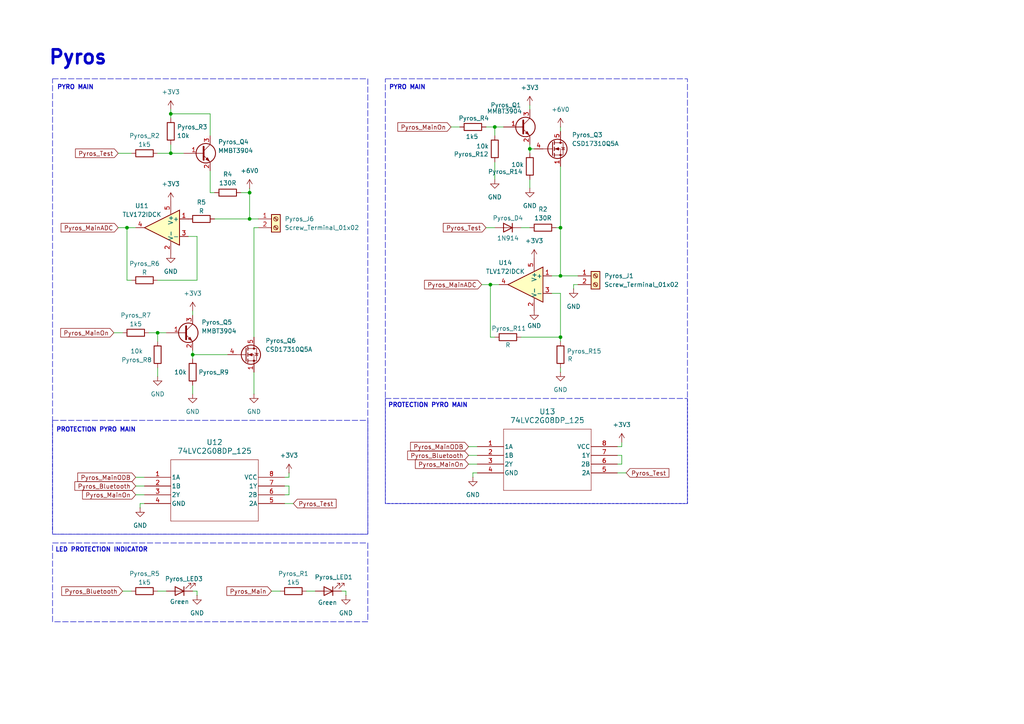
<source format=kicad_sch>
(kicad_sch (version 20231120) (generator "eeschema") (generator_version "8.0")
  (paper "A4")
  (title_block (title "Pyros") (date "2024-11-09") (company "GAUL"))
  (lib_symbols
    (symbol "Amplifier_Operational:TLV172IDCK" (pin_names (offset 0.127))
      (property "Reference" "U" (at 7.62 2.54 0))
      (property "Value" "TLV172IDCK" (at 11.43 -2.54 0))
      (symbol "TLV172IDCK_0_1"
        (polyline (pts (xy -2.54 5.08) (xy -2.54 -5.08) (xy 7.62 0) (xy -2.54 5.08)) (stroke (width 0.254)) (fill (type background)))
      )
      (symbol "TLV172IDCK_1_1"
        (pin input line (at -5.08 2.54 0) (length 2.54) (name "+") (number "1"))
        (pin power_in line (at 0 -7.62 90) (length 3.81) (name "V-") (number "2"))
        (pin input line (at -5.08 -2.54 0) (length 2.54) (name "-") (number "3"))
        (pin output line (at 10.16 0 180) (length 2.54) (name "~") (number "4"))
        (pin power_in line (at 0 7.62 270) (length 3.81) (name "V+") (number "5"))
      )
    )
    (symbol "Connector:Screw_Terminal_01x02" (pin_names (offset 1.016) hide)
      (property "Reference" "J" (at 0 2.54 0))
      (property "Value" "Screw_Terminal_01x02" (at 0 -5.08 0))
      (symbol "Screw_Terminal_01x02_1_1"
        (rectangle (start -1.27 1.27) (end 1.27 -3.81) (stroke (width 0.254)) (fill (type background)))
        (circle (center 0 -2.54) (radius 0.635) (stroke (width 0.1524)))
        (polyline (pts (xy -0.5334 -2.2098) (xy 0.3302 -3.048)) (stroke (width 0.1524)))
        (polyline (pts (xy -0.5334 0.3302) (xy 0.3302 -0.508)) (stroke (width 0.1524)))
        (polyline (pts (xy -0.3556 -2.032) (xy 0.508 -2.8702)) (stroke (width 0.1524)))
        (polyline (pts (xy -0.3556 0.508) (xy 0.508 -0.3302)) (stroke (width 0.1524)))
        (circle (center 0 0) (radius 0.635) (stroke (width 0.1524)))
        (pin passive line (at -5.08 0 0) (length 3.81) (name "Pin_1") (number "1"))
        (pin passive line (at -5.08 -2.54 0) (length 3.81) (name "Pin_2") (number "2"))
      )
    )
    (symbol "Device:LED" (pin_numbers hide) (pin_names (offset 1.016) hide)
      (property "Reference" "D" (at 0 2.54 0))
      (property "Value" "LED" (at 0 -2.54 0))
      (symbol "LED_0_1"
        (polyline (pts (xy -1.27 -1.27) (xy -1.27 1.27)) (stroke (width 0.254)))
        (polyline (pts (xy -1.27 0) (xy 1.27 0)))
        (polyline (pts (xy 1.27 -1.27) (xy 1.27 1.27) (xy -1.27 0) (xy 1.27 -1.27)) (stroke (width 0.254)))
        (polyline (pts (xy -3.048 -0.762) (xy -4.572 -2.286) (xy -3.81 -2.286) (xy -4.572 -2.286) (xy -4.572 -1.524)))
        (polyline (pts (xy -1.778 -0.762) (xy -3.302 -2.286) (xy -2.54 -2.286) (xy -3.302 -2.286) (xy -3.302 -1.524)))
      )
      (symbol "LED_1_1"
        (pin passive line (at -3.81 0 0) (length 2.54) (name "K") (number "1"))
        (pin passive line (at 3.81 0 180) (length 2.54) (name "A") (number "2"))
      )
    )
    (symbol "Device:R" (pin_numbers hide) (pin_names (offset 0))
      (property "Reference" "R" (at 2.032 0 90))
      (property "Value" "R" (at 0 0 90))
      (symbol "R_0_1"
        (rectangle (start -1.016 -2.54) (end 1.016 2.54) (stroke (width 0.254)))
      )
      (symbol "R_1_1"
        (pin passive line (at 0 3.81 270) (length 1.27) (name "~") (number "1"))
        (pin passive line (at 0 -3.81 90) (length 1.27) (name "~") (number "2"))
      )
    )
    (symbol "Diode:1N914" (pin_numbers hide) (pin_names hide)
      (property "Reference" "D" (at 0 2.54 0))
      (property "Value" "1N914" (at 0 -2.54 0))
      (symbol "1N914_0_1"
        (polyline (pts (xy -1.27 1.27) (xy -1.27 -1.27)) (stroke (width 0.254)))
        (polyline (pts (xy 1.27 0) (xy -1.27 0)))
        (polyline (pts (xy 1.27 1.27) (xy 1.27 -1.27) (xy -1.27 0) (xy 1.27 1.27)) (stroke (width 0.254)))
      )
      (symbol "1N914_1_1"
        (pin passive line (at -3.81 0 0) (length 2.54) (name "K") (number "1"))
        (pin passive line (at 3.81 0 180) (length 2.54) (name "A") (number "2"))
      )
    )
    (symbol "ODB_Lib:74LVC2G08DP_125" (pin_names (offset 0.254))
      (property "Reference" "U" (at 20.32 10.16 0))
      (property "Value" "74LVC2G08DP_125" (at 20.32 7.62 0))
      (symbol "74LVC2G08DP_125_0_1"
        (polyline (pts (xy 7.62 -12.7) (xy 33.02 -12.7)) (stroke (width 0.127)))
        (polyline (pts (xy 7.62 5.08) (xy 7.62 -12.7)) (stroke (width 0.127)))
        (polyline (pts (xy 33.02 -12.7) (xy 33.02 5.08)) (stroke (width 0.127)))
        (polyline (pts (xy 33.02 5.08) (xy 7.62 5.08)) (stroke (width 0.127)))
        (pin input line (at 0 0 0) (length 7.62) (name "1A") (number "1"))
        (pin input line (at 0 -2.54 0) (length 7.62) (name "1B") (number "2"))
        (pin output line (at 0 -5.08 0) (length 7.62) (name "2Y") (number "3"))
        (pin power_out line (at 0 -7.62 0) (length 7.62) (name "GND") (number "4"))
        (pin input line (at 40.64 -7.62 180) (length 7.62) (name "2A") (number "5"))
        (pin input line (at 40.64 -5.08 180) (length 7.62) (name "2B") (number "6"))
        (pin output line (at 40.64 -2.54 180) (length 7.62) (name "1Y") (number "7"))
        (pin power_in line (at 40.64 0 180) (length 7.62) (name "VCC") (number "8"))
      )
    )
    (symbol "Transistor_BJT:MMBT3904" (pin_names (offset 0) hide)
      (property "Reference" "Q" (at 5.08 1.905 0))
      (property "Value" "MMBT3904" (at 5.08 0 0))
      (symbol "MMBT3904_0_1"
        (polyline (pts (xy 0.635 0.635) (xy 2.54 2.54)))
        (polyline (pts (xy 0.635 -0.635) (xy 2.54 -2.54) (xy 2.54 -2.54)))
        (polyline (pts (xy 0.635 1.905) (xy 0.635 -1.905) (xy 0.635 -1.905)) (stroke (width 0.508)))
        (polyline (pts (xy 1.27 -1.778) (xy 1.778 -1.27) (xy 2.286 -2.286) (xy 1.27 -1.778) (xy 1.27 -1.778)) (fill (type outline)))
        (circle (center 1.27 0) (radius 2.8194) (stroke (width 0.254)))
      )
      (symbol "MMBT3904_1_1"
        (pin input line (at -5.08 0 0) (length 5.715) (name "B") (number "1"))
        (pin passive line (at 2.54 -5.08 90) (length 2.54) (name "E") (number "2"))
        (pin passive line (at 2.54 5.08 270) (length 2.54) (name "C") (number "3"))
      )
    )
    (symbol "Transistor_FET:CSD17310Q5A" (pin_names hide)
      (property "Reference" "Q" (at 5.08 1.905 0))
      (property "Value" "CSD17310Q5A" (at 5.08 0 0))
      (symbol "CSD17310Q5A_0_1"
        (polyline (pts (xy 0.254 0) (xy -2.54 0)))
        (polyline (pts (xy 0.254 1.905) (xy 0.254 -1.905)) (stroke (width 0.254)))
        (polyline (pts (xy 0.762 -1.27) (xy 0.762 -2.286)) (stroke (width 0.254)))
        (polyline (pts (xy 0.762 0.508) (xy 0.762 -0.508)) (stroke (width 0.254)))
        (polyline (pts (xy 0.762 2.286) (xy 0.762 1.27)) (stroke (width 0.254)))
        (polyline (pts (xy 2.54 2.54) (xy 2.54 1.778)))
        (polyline (pts (xy 2.54 -2.54) (xy 2.54 0) (xy 0.762 0)))
        (polyline (pts (xy 0.762 -1.778) (xy 3.302 -1.778) (xy 3.302 1.778) (xy 0.762 1.778)))
        (polyline (pts (xy 1.016 0) (xy 2.032 0.381) (xy 2.032 -0.381) (xy 1.016 0)) (fill (type outline)))
        (polyline (pts (xy 2.794 0.508) (xy 2.921 0.381) (xy 3.683 0.381) (xy 3.81 0.254)))
        (polyline (pts (xy 3.302 0.381) (xy 2.921 -0.254) (xy 3.683 -0.254) (xy 3.302 0.381)))
        (circle (center 1.651 0) (radius 2.794) (stroke (width 0.254)))
        (circle (center 2.54 -1.778) (radius 0.254) (fill (type outline)))
        (circle (center 2.54 1.778) (radius 0.254) (fill (type outline)))
      )
      (symbol "CSD17310Q5A_1_1"
        (pin passive line (at 2.54 -5.08 90) (length 2.54) (name "S") (number "1"))
        (pin passive line (at 2.54 -5.08 90) (length 2.54) hide (name "S") (number "2"))
        (pin passive line (at 2.54 -5.08 90) (length 2.54) hide (name "S") (number "3"))
        (pin passive line (at -5.08 0 0) (length 2.54) (name "G") (number "4"))
        (pin passive line (at 2.54 5.08 270) (length 2.54) (name "D") (number "5"))
      )
    )
    (symbol "power:+3V3" (power) (pin_numbers hide) (pin_names (offset 0) hide)
      (property "Value" "+3V3" (at 0 3.556 0))
      (symbol "+3V3_0_1"
        (polyline (pts (xy -0.762 1.27) (xy 0 2.54)))
        (polyline (pts (xy 0 0) (xy 0 2.54)))
        (polyline (pts (xy 0 2.54) (xy 0.762 1.27)))
      )
      (symbol "+3V3_1_1"
        (pin power_in line (at 0 0 90) (length 0) (name "~") (number "1"))
      )
    )
    (symbol "power:GND" (power) (pin_numbers hide) (pin_names (offset 0) hide)
      (property "Value" "GND" (at 0 -3.81 0))
      (symbol "GND_0_1"
        (polyline (pts (xy 0 0) (xy 0 -1.27) (xy 1.27 -1.27) (xy 0 -2.54) (xy -1.27 -1.27) (xy 0 -1.27)))
      )
      (symbol "GND_1_1"
        (pin power_in line (at 0 0 270) (length 0) (name "~") (number "1"))
      )
    )
  )
  (junction (at 72.39 55.88))
  (junction (at 153.67 43.18))
  (junction (at 49.53 33.02))
  (junction (at 72.39 63.5))
  (junction (at 162.56 97.79))
  (junction (at 162.56 80.01))
  (junction (at 55.88 102.87))
  (junction (at 162.56 66.04))
  (junction (at 36.83 66.04))
  (junction (at 143.51 36.83))
  (junction (at 142.24 82.55))
  (junction (at 45.72 96.52))
  (junction (at 49.53 44.45))
  (wire (pts (xy 57.15 171.45) (xy 57.15 172.72)))
  (wire (pts (xy 139.7 82.55) (xy 142.24 82.55)))
  (wire (pts (xy 36.83 66.04) (xy 36.83 81.28)))
  (wire (pts (xy 55.88 102.87) (xy 66.04 102.87)))
  (wire (pts (xy 49.53 44.45) (xy 53.34 44.45)))
  (wire (pts (xy 49.53 41.91) (xy 49.53 44.45)))
  (wire (pts (xy 49.53 31.75) (xy 49.53 33.02)))
  (wire (pts (xy 143.51 36.83) (xy 143.51 39.37)))
  (wire (pts (xy 35.56 171.45) (xy 38.1 171.45)))
  (wire (pts (xy 142.24 97.79) (xy 143.51 97.79)))
  (wire (pts (xy 140.97 66.04) (xy 143.51 66.04)))
  (wire (pts (xy 82.55 146.05) (xy 85.09 146.05)))
  (wire (pts (xy 179.07 137.16) (xy 181.61 137.16)))
  (wire (pts (xy 55.88 171.45) (xy 57.15 171.45)))
  (wire (pts (xy 43.18 96.52) (xy 45.72 96.52)))
  (wire (pts (xy 55.88 102.87) (xy 55.88 101.6)))
  (wire (pts (xy 100.33 171.45) (xy 100.33 172.72)))
  (wire (pts (xy 78.74 171.45) (xy 81.28 171.45)))
  (wire (pts (xy 143.51 36.83) (xy 146.05 36.83)))
  (wire (pts (xy 180.34 132.08) (xy 180.34 134.62)))
  (wire (pts (xy 99.06 171.45) (xy 100.33 171.45)))
  (wire (pts (xy 55.88 111.76) (xy 55.88 114.3)))
  (wire (pts (xy 73.66 107.95) (xy 73.66 114.3)))
  (wire (pts (xy 60.96 49.53) (xy 60.96 55.88)))
  (wire (pts (xy 162.56 97.79) (xy 162.56 85.09)))
  (wire (pts (xy 60.96 55.88) (xy 62.23 55.88)))
  (wire (pts (xy 72.39 63.5) (xy 74.93 63.5)))
  (wire (pts (xy 82.55 138.43) (xy 83.82 138.43)))
  (wire (pts (xy 83.82 143.51) (xy 82.55 143.51)))
  (wire (pts (xy 72.39 54.61) (xy 72.39 55.88)))
  (wire (pts (xy 45.72 44.45) (xy 49.53 44.45)))
  (wire (pts (xy 72.39 55.88) (xy 72.39 63.5)))
  (wire (pts (xy 162.56 36.83) (xy 162.56 38.1)))
  (wire (pts (xy 162.56 48.26) (xy 162.56 66.04)))
  (wire (pts (xy 60.96 33.02) (xy 49.53 33.02)))
  (wire (pts (xy 153.67 43.18) (xy 153.67 44.45)))
  (wire (pts (xy 73.66 97.79) (xy 73.66 66.04)))
  (wire (pts (xy 138.43 137.16) (xy 137.16 137.16)))
  (wire (pts (xy 57.15 81.28) (xy 57.15 68.58)))
  (wire (pts (xy 162.56 80.01) (xy 167.64 80.01)))
  (wire (pts (xy 83.82 138.43) (xy 83.82 137.16)))
  (wire (pts (xy 162.56 66.04) (xy 162.56 80.01)))
  (wire (pts (xy 143.51 46.99) (xy 143.51 52.07)))
  (wire (pts (xy 60.96 39.37) (xy 60.96 33.02)))
  (wire (pts (xy 142.24 82.55) (xy 142.24 97.79)))
  (wire (pts (xy 162.56 107.95) (xy 162.56 106.68)))
  (wire (pts (xy 151.13 97.79) (xy 162.56 97.79)))
  (wire (pts (xy 36.83 81.28) (xy 38.1 81.28)))
  (wire (pts (xy 55.88 102.87) (xy 55.88 104.14)))
  (wire (pts (xy 180.34 134.62) (xy 179.07 134.62)))
  (wire (pts (xy 135.89 132.08) (xy 138.43 132.08)))
  (wire (pts (xy 39.37 138.43) (xy 41.91 138.43)))
  (wire (pts (xy 39.37 143.51) (xy 41.91 143.51)))
  (wire (pts (xy 153.67 30.48) (xy 153.67 31.75)))
  (wire (pts (xy 151.13 66.04) (xy 153.67 66.04)))
  (wire (pts (xy 179.07 132.08) (xy 180.34 132.08)))
  (wire (pts (xy 160.02 80.01) (xy 162.56 80.01)))
  (wire (pts (xy 45.72 96.52) (xy 48.26 96.52)))
  (wire (pts (xy 34.29 44.45) (xy 38.1 44.45)))
  (wire (pts (xy 162.56 99.06) (xy 162.56 97.79)))
  (wire (pts (xy 41.91 146.05) (xy 40.64 146.05)))
  (wire (pts (xy 39.37 140.97) (xy 41.91 140.97)))
  (wire (pts (xy 55.88 90.17) (xy 55.88 91.44)))
  (wire (pts (xy 179.07 129.54) (xy 180.34 129.54)))
  (wire (pts (xy 180.34 129.54) (xy 180.34 128.27)))
  (wire (pts (xy 140.97 36.83) (xy 143.51 36.83)))
  (wire (pts (xy 137.16 137.16) (xy 137.16 138.43)))
  (wire (pts (xy 69.85 55.88) (xy 72.39 55.88)))
  (wire (pts (xy 62.23 63.5) (xy 72.39 63.5)))
  (wire (pts (xy 45.72 171.45) (xy 48.26 171.45)))
  (wire (pts (xy 45.72 106.68) (xy 45.72 109.22)))
  (wire (pts (xy 144.78 82.55) (xy 142.24 82.55)))
  (wire (pts (xy 45.72 96.52) (xy 45.72 99.06)))
  (wire (pts (xy 49.53 33.02) (xy 49.53 34.29)))
  (wire (pts (xy 34.29 66.04) (xy 36.83 66.04)))
  (wire (pts (xy 135.89 129.54) (xy 138.43 129.54)))
  (wire (pts (xy 166.37 83.82) (xy 166.37 82.55)))
  (wire (pts (xy 153.67 43.18) (xy 154.94 43.18)))
  (wire (pts (xy 88.9 171.45) (xy 91.44 171.45)))
  (wire (pts (xy 153.67 43.18) (xy 153.67 41.91)))
  (wire (pts (xy 33.02 96.52) (xy 35.56 96.52)))
  (wire (pts (xy 57.15 68.58) (xy 54.61 68.58)))
  (wire (pts (xy 161.29 66.04) (xy 162.56 66.04)))
  (wire (pts (xy 82.55 140.97) (xy 83.82 140.97)))
  (wire (pts (xy 39.37 66.04) (xy 36.83 66.04)))
  (wire (pts (xy 130.81 36.83) (xy 133.35 36.83)))
  (wire (pts (xy 135.89 134.62) (xy 138.43 134.62)))
  (wire (pts (xy 83.82 140.97) (xy 83.82 143.51)))
  (wire (pts (xy 73.66 66.04) (xy 74.93 66.04)))
  (wire (pts (xy 40.64 146.05) (xy 40.64 147.32)))
  (wire (pts (xy 153.67 52.07) (xy 153.67 54.61)))
  (wire (pts (xy 45.72 81.28) (xy 57.15 81.28)))
  (wire (pts (xy 166.37 82.55) (xy 167.64 82.55)))
  (wire (pts (xy 162.56 85.09) (xy 160.02 85.09)))
  (rectangle (start 111.76 115.57) (end 199.39 146.05) (stroke (width 0) (type dash)))
  (rectangle (start 15.24 22.86) (end 106.68 154.94) (stroke (width 0) (type dash)))
  (rectangle (start 111.76 22.86) (end 199.39 146.05) (stroke (width 0) (type dash)))
  (rectangle (start 15.24 121.92) (end 106.68 154.94) (stroke (width 0) (type dash)))
  (rectangle (start 15.24 157.48) (end 106.68 180.34) (stroke (width 0) (type dash)))
  (text "Pyros" (at 22.606 16.764 0) (effects (font (size 4 4) (thickness 0.8) (bold yes))))
  (text "PYRO MAIN" (at 112.776 26.162 0) (effects (font (size 1.27 1.27) (thickness 0.254) (bold yes)) (justify left bottom)))
  (text "LED PROTECTION INDICATOR" (at 16.002 160.274 0) (effects (font (size 1.27 1.27) (thickness 0.254) (bold yes)) (justify left bottom)))
  (text "PROTECTION PYRO MAIN" (at 112.522 118.364 0) (effects (font (size 1.27 1.27) (thickness 0.254) (bold yes)) (justify left bottom)))
  (text "PROTECTION PYRO MAIN" (at 16.256 125.476 0) (effects (font (size 1.27 1.27) (thickness 0.254) (bold yes)) (justify left bottom)))
  (text "PYRO MAIN" (at 16.51 26.162 0) (effects (font (size 1.27 1.27) (thickness 0.254) (bold yes)) (justify left bottom)))
  (global_label "Pyros_MainOn" (shape input) (at 39.37 143.51 180) (property "Intersheetrefs" "${INTERSHEET_REFS}" (effects (hide yes))))
  (global_label "Pyros_Test" (shape input) (at 140.97 66.04 180) (property "Intersheetrefs" "${INTERSHEET_REFS}" (effects (hide yes))))
  (global_label "Pyros_Test" (shape input) (at 34.29 44.45 180) (property "Intersheetrefs" "${INTERSHEET_REFS}" (effects (hide yes))))
  (global_label "Pyros_Test" (shape input) (at 85.09 146.05 0) (property "Intersheetrefs" "${INTERSHEET_REFS}" (effects (hide yes))))
  (global_label "Pyros_MainADC" (shape input) (at 139.7 82.55 180) (property "Intersheetrefs" "${INTERSHEET_REFS}" (effects (hide yes))))
  (global_label "Pyros_MainODB" (shape input) (at 39.37 138.43 180) (property "Intersheetrefs" "${INTERSHEET_REFS}" (effects (hide yes))))
  (global_label "Pyros_MainADC" (shape input) (at 34.29 66.04 180) (property "Intersheetrefs" "${INTERSHEET_REFS}" (effects (hide yes))))
  (global_label "Pyros_Test" (shape input) (at 181.61 137.16 0) (property "Intersheetrefs" "${INTERSHEET_REFS}" (effects (hide yes))))
  (global_label "Pyros_MainOn" (shape input) (at 130.81 36.83 180) (property "Intersheetrefs" "${INTERSHEET_REFS}" (effects (hide yes))))
  (global_label "Pyros_MainOn" (shape input) (at 33.02 96.52 180) (property "Intersheetrefs" "${INTERSHEET_REFS}" (effects (hide yes))))
  (global_label "Pyros_Main" (shape input) (at 78.74 171.45 180) (property "Intersheetrefs" "${INTERSHEET_REFS}" (effects (hide yes))))
  (global_label "Pyros_MainODB" (shape input) (at 135.89 129.54 180) (property "Intersheetrefs" "${INTERSHEET_REFS}" (effects (hide yes))))
  (global_label "Pyros_Bluetooth" (shape input) (at 39.37 140.97 180) (property "Intersheetrefs" "${INTERSHEET_REFS}" (effects (hide yes))))
  (global_label "Pyros_Bluetooth" (shape input) (at 135.89 132.08 180) (property "Intersheetrefs" "${INTERSHEET_REFS}" (effects (hide yes))))
  (global_label "Pyros_MainOn" (shape input) (at 135.89 134.62 180) (property "Intersheetrefs" "${INTERSHEET_REFS}" (effects (hide yes))))
  (global_label "Pyros_Bluetooth" (shape input) (at 35.56 171.45 180) (property "Intersheetrefs" "${INTERSHEET_REFS}" (effects (hide yes))))
  (symbol (lib_id "Device:R") (at 137.16 36.83 270) (unit 1)
    (property "Reference" "Pyros_R4" (at 137.414 34.29 90))
    (property "Value" "1k5" (at 136.906 39.624 90))
    (property "Description" "Resistor" (effects (hide yes)))
  )
  (symbol (lib_id "ODB_Lib:74LVC2G08DP_125") (at 138.43 129.54 0) (unit 1)
    (property "Reference" "U13" (at 158.75 119.38 0) (effects (font (size 1.524 1.524))))
    (property "Value" "74LVC2G08DP_125" (at 158.75 121.92 0) (effects (font (size 1.524 1.524))))
    (property "Footprint" "TSSOP8_SOT505-2_NEX" (effects (hide yes)))
    (property "Datasheet" "74LVC2G08DP_125" (effects (hide yes)))
  )
  (symbol (lib_id "power:GND") (at 143.51 52.07 0) (unit 1)
    (property "Reference" "#PWR090" (effects (hide yes)))
    (property "Value" "GND" (at 143.51 57.15 0))
    (property "Description" "Power symbol creates a global label with name \"GND\" , ground" (effects (hide yes)))
  )
  (symbol (lib_id "power:GND") (at 162.56 107.95 0) (unit 1)
    (property "Reference" "#PWR099" (effects (hide yes)))
    (property "Value" "GND" (at 162.56 113.03 0))
    (property "Description" "Power symbol creates a global label with name \"GND\" , ground" (effects (hide yes)))
  )
  (symbol (lib_id "Device:LED") (at 95.25 171.45 180) (unit 1)
    (property "Reference" "Pyros_LED1" (at 96.774 167.386 0))
    (property "Value" "Green" (at 94.996 174.752 0))
    (property "Description" "Light emitting diode" (effects (hide yes)))
  )
  (symbol (lib_id "Device:R") (at 58.42 63.5 90) (unit 1)
    (property "Reference" "R5" (at 58.42 58.674 90))
    (property "Value" "R" (at 58.42 61.214 90))
    (property "Description" "Resistor" (effects (hide yes)))
  )
  (symbol (lib_id "power:+3V3") (at 154.94 74.93 0) (unit 1)
    (property "Reference" "#PWR092" (effects (hide yes)))
    (property "Value" "+3V3" (at 154.94 69.85 0))
    (property "Description" "Power symbol creates a global label with name \"+3V3\"" (effects (hide yes)))
  )
  (symbol (lib_id "power:+3V3") (at 162.56 36.83 0) (mirror y) (unit 1)
    (property "Reference" "#PWR096" (effects (hide yes)))
    (property "Value" "+6V0" (at 162.56 31.75 0))
    (property "Description" "Power symbol creates a global label with name \"+3V3\"" (effects (hide yes)))
  )
  (symbol (lib_id "Device:R") (at 39.37 96.52 270) (unit 1)
    (property "Reference" "Pyros_R7" (at 39.37 91.44 90))
    (property "Value" "1k5" (at 39.37 93.98 90))
    (property "Description" "Resistor" (effects (hide yes)))
  )
  (symbol (lib_id "power:GND") (at 57.15 172.72 0) (unit 1)
    (property "Reference" "#PWR077" (effects (hide yes)))
    (property "Value" "GND" (at 57.15 177.8 0))
    (property "Description" "Power symbol creates a global label with name \"GND\" , ground" (effects (hide yes)))
  )
  (symbol (lib_id "Transistor_FET:CSD17310Q5A") (at 71.12 102.87 0) (unit 1)
    (property "Reference" "Pyros_Q6" (at 76.962 98.806 0) (effects (justify left)))
    (property "Value" "CSD17310Q5A" (at 76.962 101.346 0) (effects (justify left)))
    (property "Footprint" "Package_TO_SOT_SMD:TDSON-8-1" (effects (hide yes)))
    (property "Datasheet" "http://www.ti.com/lit/gpn/csd17310q5a" (effects (hide yes)))
    (property "Description" "100A Id, 30V Vds, NexFET N-Channel Power MOSFET, 5.9mOhm Ron, Qg (typ) 8.9nC, SON8 5x6mm" (effects (hide yes)))
  )
  (symbol (lib_id "power:GND") (at 49.53 73.66 0) (unit 1)
    (property "Reference" "#PWR081" (effects (hide yes)))
    (property "Value" "GND" (at 49.53 78.74 0))
    (property "Description" "Power symbol creates a global label with name \"GND\" , ground" (effects (hide yes)))
  )
  (symbol (lib_id "power:GND") (at 40.64 147.32 0) (unit 1)
    (property "Reference" "#PWR084" (effects (hide yes)))
    (property "Value" "GND" (at 40.64 152.4 0))
    (property "Description" "Power symbol creates a global label with name \"GND\" , ground" (effects (hide yes)))
  )
  (symbol (lib_id "power:+3V3") (at 180.34 128.27 0) (unit 1)
    (property "Reference" "#PWR098" (effects (hide yes)))
    (property "Value" "+3V3" (at 180.34 123.19 0))
    (property "Description" "Power symbol creates a global label with name \"+3V3\"" (effects (hide yes)))
  )
  (symbol (lib_id "Amplifier_Operational:TLV172IDCK") (at 49.53 66.04 0) (mirror y) (unit 1)
    (property "Reference" "U11" (at 41.148 59.69 0))
    (property "Value" "TLV172IDCK" (at 41.148 62.23 0))
    (property "Footprint" "Package_TO_SOT_SMD:SOT-353_SC-70-5" (effects (hide yes)))
    (property "Datasheet" "http://www.ti.com/lit/ds/symlink/tlv172.pdf" (effects (hide yes)))
    (property "Description" "Low-power Operational Amplifier, SOT-353" (effects (hide yes)))
  )
  (symbol (lib_id "power:GND") (at 45.72 109.22 0) (unit 1)
    (property "Reference" "#PWR085" (effects (hide yes)))
    (property "Value" "GND" (at 45.72 114.3 0))
    (property "Description" "Power symbol creates a global label with name \"GND\" , ground" (effects (hide yes)))
  )
  (symbol (lib_id "Transistor_BJT:MMBT3904") (at 151.13 36.83 0) (unit 1)
    (property "Reference" "Pyros_Q1" (at 142.24 30.48 0) (effects (justify left)))
    (property "Value" "MMBT3904" (at 141.224 32.258 0) (effects (justify left)))
    (property "Footprint" "Package_TO_SOT_SMD:SOT-23" (effects (hide yes)))
    (property "Datasheet" "https://www.onsemi.com/pdf/datasheet/pzt3904-d.pdf" (effects (hide yes)))
    (property "Description" "0.2A Ic, 40V Vce, Small Signal NPN Transistor, SOT-23" (effects (hide yes)))
  )
  (symbol (lib_id "Device:R") (at 49.53 38.1 0) (unit 1)
    (property "Reference" "Pyros_R3" (at 51.308 36.83 0) (effects (justify left)))
    (property "Value" "10k" (at 51.308 39.37 0) (effects (justify left)))
    (property "Description" "Resistor" (effects (hide yes)))
  )
  (symbol (lib_id "Device:R") (at 45.72 102.87 180) (unit 1)
    (property "Reference" "Pyros_R8" (at 39.624 104.394 0))
    (property "Value" "10k" (at 39.624 101.854 0))
    (property "Description" "Resistor" (effects (hide yes)))
  )
  (symbol (lib_id "power:GND") (at 55.88 114.3 0) (unit 1)
    (property "Reference" "#PWR087" (effects (hide yes)))
    (property "Value" "GND" (at 55.88 119.38 0))
    (property "Description" "Power symbol creates a global label with name \"GND\" , ground" (effects (hide yes)))
  )
  (symbol (lib_id "Device:R") (at 147.32 97.79 270) (unit 1)
    (property "Reference" "Pyros_R11" (at 147.574 95.25 90))
    (property "Value" "R" (at 147.32 100.076 90))
    (property "Description" "Resistor" (effects (hide yes)))
  )
  (symbol (lib_id "power:GND") (at 154.94 90.17 0) (unit 1)
    (property "Reference" "#PWR093" (effects (hide yes)))
    (property "Value" "GND" (at 154.94 94.488 0))
    (property "Description" "Power symbol creates a global label with name \"GND\" , ground" (effects (hide yes)))
  )
  (symbol (lib_id "Device:R") (at 157.48 66.04 90) (unit 1)
    (property "Reference" "R2" (at 157.48 60.706 90))
    (property "Value" "130R" (at 157.48 63.246 90))
    (property "Description" "Resistor" (effects (hide yes)))
  )
  (symbol (lib_id "power:+3V3") (at 83.82 137.16 0) (unit 1)
    (property "Reference" "#PWR083" (effects (hide yes)))
    (property "Value" "+3V3" (at 83.82 132.08 0))
    (property "Description" "Power symbol creates a global label with name \"+3V3\"" (effects (hide yes)))
  )
  (symbol (lib_id "Device:R") (at 153.67 48.26 180) (unit 1)
    (property "Reference" "Pyros_R14" (at 146.558 49.784 0))
    (property "Value" "10k" (at 150.114 47.752 0))
    (property "Description" "Resistor" (effects (hide yes)))
  )
  (symbol (lib_id "Device:R") (at 55.88 107.95 180) (unit 1)
    (property "Reference" "Pyros_R9" (at 61.976 107.95 0))
    (property "Value" "10k" (at 52.324 107.95 0))
    (property "Description" "Resistor" (effects (hide yes)))
  )
  (symbol (lib_id "Amplifier_Operational:TLV172IDCK") (at 154.94 82.55 0) (mirror y) (unit 1)
    (property "Reference" "U14" (at 146.558 76.2 0))
    (property "Value" "TLV172IDCK" (at 146.558 78.74 0))
    (property "Footprint" "Package_TO_SOT_SMD:SOT-353_SC-70-5" (effects (hide yes)))
    (property "Datasheet" "http://www.ti.com/lit/ds/symlink/tlv172.pdf" (effects (hide yes)))
    (property "Description" "Low-power Operational Amplifier, SOT-353" (effects (hide yes)))
  )
  (symbol (lib_id "power:GND") (at 153.67 54.61 0) (unit 1)
    (property "Reference" "#PWR095" (effects (hide yes)))
    (property "Value" "GND" (at 153.67 59.69 0))
    (property "Description" "Power symbol creates a global label with name \"GND\" , ground" (effects (hide yes)))
  )
  (symbol (lib_id "Device:R") (at 162.56 102.87 0) (unit 1)
    (property "Reference" "Pyros_R15" (at 169.418 101.854 0))
    (property "Value" "R" (at 165.354 104.14 0))
    (property "Description" "Resistor" (effects (hide yes)))
  )
  (symbol (lib_id "Transistor_FET:CSD17310Q5A") (at 160.02 43.18 0) (unit 1)
    (property "Reference" "Pyros_Q3" (at 165.862 39.116 0) (effects (justify left)))
    (property "Value" "CSD17310Q5A" (at 165.862 41.656 0) (effects (justify left)))
    (property "Footprint" "Package_TO_SOT_SMD:TDSON-8-1" (effects (hide yes)))
    (property "Datasheet" "http://www.ti.com/lit/gpn/csd17310q5a" (effects (hide yes)))
    (property "Description" "100A Id, 30V Vds, NexFET N-Channel Power MOSFET, 5.9mOhm Ron, Qg (typ) 8.9nC, SON8 5x6mm" (effects (hide yes)))
  )
  (symbol (lib_id "power:+3V3") (at 49.53 31.75 0) (unit 1)
    (property "Reference" "#PWR079" (effects (hide yes)))
    (property "Value" "+3V3" (at 49.53 26.67 0))
    (property "Description" "Power symbol creates a global label with name \"+3V3\"" (effects (hide yes)))
  )
  (symbol (lib_id "Device:R") (at 41.91 81.28 270) (unit 1)
    (property "Reference" "Pyros_R6" (at 41.91 76.454 90))
    (property "Value" "R" (at 41.91 78.994 90))
    (property "Description" "Resistor" (effects (hide yes)))
  )
  (symbol (lib_id "power:GND") (at 100.33 172.72 0) (unit 1)
    (property "Reference" "#PWR078" (effects (hide yes)))
    (property "Value" "GND" (at 100.33 177.8 0))
    (property "Description" "Power symbol creates a global label with name \"GND\" , ground" (effects (hide yes)))
  )
  (symbol (lib_id "Diode:1N914") (at 147.32 66.04 0) (mirror y) (unit 1)
    (property "Reference" "Pyros_D4" (at 147.32 63.246 0))
    (property "Value" "1N914" (at 147.32 69.088 0))
    (property "Footprint" "Diode_THT:D_DO-35_SOD27_P7.62mm_Horizontal" (effects (hide yes)))
    (property "Datasheet" "http://www.vishay.com/docs/85622/1n914.pdf" (effects (hide yes)))
    (property "Description" "100V 0.3A Small Signal Fast Switching Diode, DO-35" (effects (hide yes)))
    (property "Sim.Device" "D" (effects (hide yes)))
    (property "Sim.Pins" "1=K 2=A" (effects (hide yes)))
  )
  (symbol (lib_id "power:GND") (at 73.66 114.3 0) (unit 1)
    (property "Reference" "#PWR088" (effects (hide yes)))
    (property "Value" "GND" (at 73.66 119.38 0))
    (property "Description" "Power symbol creates a global label with name \"GND\" , ground" (effects (hide yes)))
  )
  (symbol (lib_id "Transistor_BJT:MMBT3904") (at 58.42 44.45 0) (unit 1)
    (property "Reference" "Pyros_Q4" (at 63.246 41.148 0) (effects (justify left)))
    (property "Value" "MMBT3904" (at 63.246 43.688 0) (effects (justify left)))
    (property "Footprint" "Package_TO_SOT_SMD:SOT-23" (effects (hide yes)))
    (property "Datasheet" "https://www.onsemi.com/pdf/datasheet/pzt3904-d.pdf" (effects (hide yes)))
    (property "Description" "0.2A Ic, 40V Vce, Small Signal NPN Transistor, SOT-23" (effects (hide yes)))
  )
  (symbol (lib_id "Device:R") (at 41.91 44.45 270) (unit 1)
    (property "Reference" "Pyros_R2" (at 41.91 39.37 90))
    (property "Value" "1k5" (at 41.91 41.91 90))
    (property "Description" "Resistor" (effects (hide yes)))
  )
  (symbol (lib_id "power:+3V3") (at 72.39 54.61 0) (unit 1)
    (property "Reference" "#PWR080" (effects (hide yes)))
    (property "Value" "+6V0" (at 72.39 49.53 0))
    (property "Description" "Power symbol creates a global label with name \"+3V3\"" (effects (hide yes)))
  )
  (symbol (lib_id "Device:R") (at 41.91 171.45 270) (unit 1)
    (property "Reference" "Pyros_R5" (at 41.91 166.37 90))
    (property "Value" "1k5" (at 41.91 168.91 90))
    (property "Description" "Resistor" (effects (hide yes)))
  )
  (symbol (lib_id "ODB_Lib:74LVC2G08DP_125") (at 41.91 138.43 0) (unit 1)
    (property "Reference" "U12" (at 62.23 128.27 0) (effects (font (size 1.524 1.524))))
    (property "Value" "74LVC2G08DP_125" (at 62.23 130.81 0) (effects (font (size 1.524 1.524))))
    (property "Footprint" "TSSOP8_SOT505-2_NEX" (effects (hide yes)))
    (property "Datasheet" "74LVC2G08DP_125" (effects (hide yes)))
  )
  (symbol (lib_id "Device:LED") (at 52.07 171.45 180) (unit 1)
    (property "Reference" "Pyros_LED3" (at 53.34 167.894 0))
    (property "Value" "Green" (at 52.07 174.498 0))
    (property "Description" "Light emitting diode" (effects (hide yes)))
  )
  (symbol (lib_id "Transistor_BJT:MMBT3904") (at 53.34 96.52 0) (unit 1)
    (property "Reference" "Pyros_Q5" (at 58.42 93.472 0) (effects (justify left)))
    (property "Value" "MMBT3904" (at 58.42 96.012 0) (effects (justify left)))
    (property "Footprint" "Package_TO_SOT_SMD:SOT-23" (effects (hide yes)))
    (property "Datasheet" "https://www.onsemi.com/pdf/datasheet/pzt3904-d.pdf" (effects (hide yes)))
    (property "Description" "0.2A Ic, 40V Vce, Small Signal NPN Transistor, SOT-23" (effects (hide yes)))
  )
  (symbol (lib_id "Device:R") (at 66.04 55.88 90) (unit 1)
    (property "Reference" "R4" (at 66.04 50.546 90))
    (property "Value" "130R" (at 66.04 53.086 90))
    (property "Description" "Resistor" (effects (hide yes)))
  )
  (symbol (lib_id "power:GND") (at 166.37 83.82 0) (unit 1)
    (property "Reference" "#PWR097" (effects (hide yes)))
    (property "Value" "GND" (at 166.37 88.9 0))
    (property "Description" "Power symbol creates a global label with name \"GND\" , ground" (effects (hide yes)))
  )
  (symbol (lib_id "Device:R") (at 85.09 171.45 270) (unit 1)
    (property "Reference" "Pyros_R1" (at 85.09 166.37 90))
    (property "Value" "1k5" (at 85.09 168.91 90))
    (property "Description" "Resistor" (effects (hide yes)))
  )
  (symbol (lib_id "Connector:Screw_Terminal_01x02") (at 172.72 80.01 0) (unit 1)
    (property "Reference" "Pyros_J1" (at 175.26 80.0099 0) (effects (justify left)))
    (property "Value" "Screw_Terminal_01x02" (at 175.26 82.5499 0) (effects (justify left)))
    (property "Description" "Generic screw terminal, single row, 01x02, script generated (kicad-library-utils/schlib/autogen/connector/)" (effects (hide yes)))
  )
  (symbol (lib_id "power:GND") (at 137.16 138.43 0) (unit 1)
    (property "Reference" "#PWR089" (effects (hide yes)))
    (property "Value" "GND" (at 137.16 143.51 0))
    (property "Description" "Power symbol creates a global label with name \"GND\" , ground" (effects (hide yes)))
  )
  (symbol (lib_id "power:+3V3") (at 55.88 90.17 0) (unit 1)
    (property "Reference" "#PWR086" (effects (hide yes)))
    (property "Value" "+3V3" (at 55.88 85.09 0))
    (property "Description" "Power symbol creates a global label with name \"+3V3\"" (effects (hide yes)))
  )
  (symbol (lib_id "power:+3V3") (at 153.67 30.48 0) (unit 1)
    (property "Reference" "#PWR094" (effects (hide yes)))
    (property "Value" "+3V3" (at 153.67 25.4 0))
    (property "Description" "Power symbol creates a global label with name \"+3V3\"" (effects (hide yes)))
  )
  (symbol (lib_id "Connector:Screw_Terminal_01x02") (at 80.01 63.5 0) (unit 1)
    (property "Reference" "Pyros_J6" (at 82.55 63.4999 0) (effects (justify left)))
    (property "Value" "Screw_Terminal_01x02" (at 82.55 66.0399 0) (effects (justify left)))
    (property "Description" "Generic screw terminal, single row, 01x02, script generated (kicad-library-utils/schlib/autogen/connector/)" (effects (hide yes)))
  )
  (symbol (lib_id "Device:R") (at 143.51 43.18 180) (unit 1)
    (property "Reference" "Pyros_R12" (at 136.652 44.704 0))
    (property "Value" "10k" (at 139.954 42.418 0))
    (property "Description" "Resistor" (effects (hide yes)))
  )
  (symbol (lib_id "power:+3V3") (at 49.53 58.42 0) (unit 1)
    (property "Reference" "#PWR082" (effects (hide yes)))
    (property "Value" "+3V3" (at 49.53 53.34 0))
    (property "Description" "Power symbol creates a global label with name \"+3V3\"" (effects (hide yes)))
  )
)
</source>
